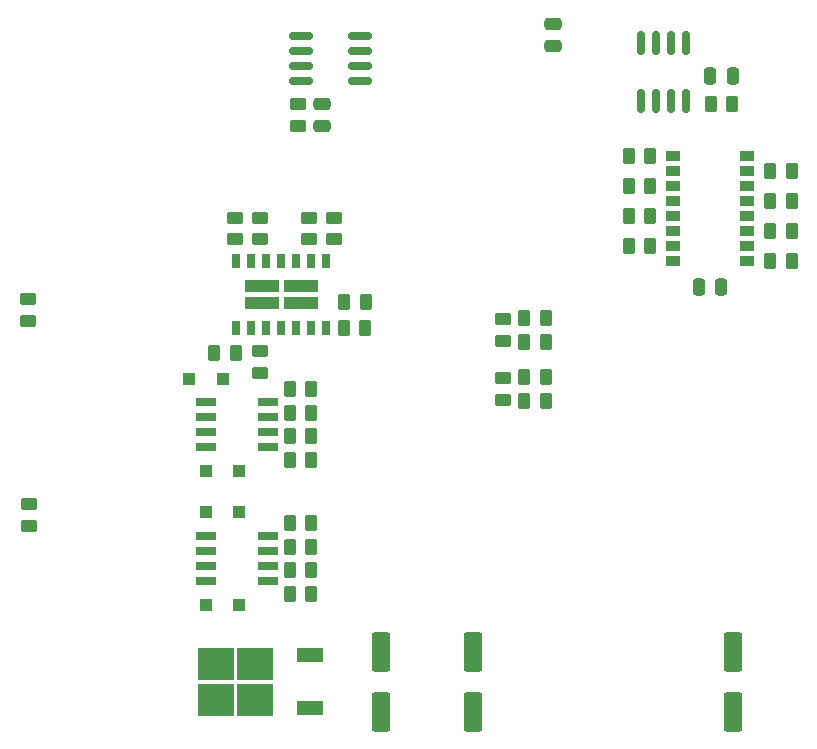
<source format=gbr>
%TF.GenerationSoftware,KiCad,Pcbnew,6.0.11+dfsg-1*%
%TF.CreationDate,2023-10-22T17:13:00+02:00*%
%TF.ProjectId,JoeMBMS_V3.0,4a6f654d-424d-4535-9f56-332e302e6b69,rev?*%
%TF.SameCoordinates,Original*%
%TF.FileFunction,Paste,Top*%
%TF.FilePolarity,Positive*%
%FSLAX46Y46*%
G04 Gerber Fmt 4.6, Leading zero omitted, Abs format (unit mm)*
G04 Created by KiCad (PCBNEW 6.0.11+dfsg-1) date 2023-10-22 17:13:00*
%MOMM*%
%LPD*%
G01*
G04 APERTURE LIST*
G04 Aperture macros list*
%AMRoundRect*
0 Rectangle with rounded corners*
0 $1 Rounding radius*
0 $2 $3 $4 $5 $6 $7 $8 $9 X,Y pos of 4 corners*
0 Add a 4 corners polygon primitive as box body*
4,1,4,$2,$3,$4,$5,$6,$7,$8,$9,$2,$3,0*
0 Add four circle primitives for the rounded corners*
1,1,$1+$1,$2,$3*
1,1,$1+$1,$4,$5*
1,1,$1+$1,$6,$7*
1,1,$1+$1,$8,$9*
0 Add four rect primitives between the rounded corners*
20,1,$1+$1,$2,$3,$4,$5,0*
20,1,$1+$1,$4,$5,$6,$7,0*
20,1,$1+$1,$6,$7,$8,$9,0*
20,1,$1+$1,$8,$9,$2,$3,0*%
G04 Aperture macros list end*
%ADD10RoundRect,0.250000X-0.550000X1.412500X-0.550000X-1.412500X0.550000X-1.412500X0.550000X1.412500X0*%
%ADD11RoundRect,0.249998X0.262502X0.450002X-0.262502X0.450002X-0.262502X-0.450002X0.262502X-0.450002X0*%
%ADD12R,1.193800X0.812800*%
%ADD13R,3.050000X2.750000*%
%ADD14R,2.200000X1.200000*%
%ADD15R,1.780000X0.720000*%
%ADD16RoundRect,0.249998X0.450002X-0.262502X0.450002X0.262502X-0.450002X0.262502X-0.450002X-0.262502X0*%
%ADD17RoundRect,0.250000X0.475000X-0.250000X0.475000X0.250000X-0.475000X0.250000X-0.475000X-0.250000X0*%
%ADD18RoundRect,0.250000X0.250000X0.475000X-0.250000X0.475000X-0.250000X-0.475000X0.250000X-0.475000X0*%
%ADD19RoundRect,0.249998X-0.450002X0.262502X-0.450002X-0.262502X0.450002X-0.262502X0.450002X0.262502X0*%
%ADD20RoundRect,0.249998X-0.262502X-0.450002X0.262502X-0.450002X0.262502X0.450002X-0.262502X0.450002X0*%
%ADD21R,0.650000X1.310000*%
%ADD22R,2.900000X1.025000*%
%ADD23RoundRect,0.250000X0.450000X-0.262500X0.450000X0.262500X-0.450000X0.262500X-0.450000X-0.262500X0*%
%ADD24RoundRect,0.150000X-0.150000X0.825000X-0.150000X-0.825000X0.150000X-0.825000X0.150000X0.825000X0*%
%ADD25R,1.100000X1.100000*%
%ADD26RoundRect,0.250000X0.262500X0.450000X-0.262500X0.450000X-0.262500X-0.450000X0.262500X-0.450000X0*%
%ADD27RoundRect,0.150000X0.825000X0.150000X-0.825000X0.150000X-0.825000X-0.150000X0.825000X-0.150000X0*%
%ADD28RoundRect,0.250000X-0.262500X-0.450000X0.262500X-0.450000X0.262500X0.450000X-0.262500X0.450000X0*%
G04 APERTURE END LIST*
D10*
%TO.C,C5*%
X132750000Y-107962500D03*
X132750000Y-113037500D03*
%TD*%
D11*
%TO.C,R6*%
X155496700Y-73611300D03*
X153671700Y-73611300D03*
%TD*%
%TO.C,R18*%
X146662500Y-86750000D03*
X144837500Y-86750000D03*
%TD*%
D12*
%TO.C,U4*%
X163734199Y-74881300D03*
X163734199Y-73611300D03*
X163734199Y-72341300D03*
X163734199Y-71071300D03*
X163734199Y-69801300D03*
X163734199Y-68531300D03*
X163734199Y-67261300D03*
X163734199Y-65991300D03*
X157434201Y-65991300D03*
X157434201Y-67261300D03*
X157434201Y-68531300D03*
X157434201Y-69801300D03*
X157434201Y-71071300D03*
X157434201Y-72341300D03*
X157434201Y-73611300D03*
X157434201Y-74881300D03*
%TD*%
D11*
%TO.C,R7*%
X155496700Y-71071300D03*
X153671700Y-71071300D03*
%TD*%
D13*
%TO.C,Q3*%
X122075000Y-112025000D03*
X118725000Y-108975000D03*
X118725000Y-112025000D03*
X122075000Y-108975000D03*
D14*
X126700000Y-112780000D03*
X126700000Y-108220000D03*
%TD*%
D11*
%TO.C,R9*%
X155496700Y-65991300D03*
X153671700Y-65991300D03*
%TD*%
%TO.C,R10*%
X126825000Y-103080000D03*
X125000000Y-103080000D03*
%TD*%
%TO.C,R3*%
X167496700Y-72341300D03*
X165671700Y-72341300D03*
%TD*%
D15*
%TO.C,Q2*%
X123110000Y-101985000D03*
X123110000Y-100715000D03*
X123110000Y-99445000D03*
X123110000Y-98175000D03*
X117890000Y-98175000D03*
X117890000Y-99445000D03*
X117890000Y-100715000D03*
X117890000Y-101985000D03*
%TD*%
D11*
%TO.C,R2*%
X167496700Y-74881300D03*
X165671700Y-74881300D03*
%TD*%
D16*
%TO.C,R24*%
X102800000Y-79962500D03*
X102800000Y-78137500D03*
%TD*%
D10*
%TO.C,C8*%
X140500000Y-107962500D03*
X140500000Y-113037500D03*
%TD*%
D17*
%TO.C,C2*%
X147250000Y-56700000D03*
X147250000Y-54800000D03*
%TD*%
D11*
%TO.C,R5*%
X167496700Y-67261300D03*
X165671700Y-67261300D03*
%TD*%
D18*
%TO.C,C3*%
X161534200Y-77086300D03*
X159634200Y-77086300D03*
%TD*%
D11*
%TO.C,R11*%
X126825000Y-101080000D03*
X125000000Y-101080000D03*
%TD*%
%TO.C,R13*%
X126825000Y-97080000D03*
X125000000Y-97080000D03*
%TD*%
%TO.C,R8*%
X155496700Y-68531300D03*
X153671700Y-68531300D03*
%TD*%
D16*
%TO.C,R20*%
X143000000Y-86662500D03*
X143000000Y-84837500D03*
%TD*%
D11*
%TO.C,R12*%
X126825000Y-99080000D03*
X125000000Y-99080000D03*
%TD*%
D19*
%TO.C,R23*%
X143000000Y-79837500D03*
X143000000Y-81662500D03*
%TD*%
D16*
%TO.C,R1*%
X125645000Y-63432500D03*
X125645000Y-61607500D03*
%TD*%
D10*
%TO.C,C7*%
X162500000Y-107962500D03*
X162500000Y-113037500D03*
%TD*%
D11*
%TO.C,R4*%
X167496700Y-69801300D03*
X165671700Y-69801300D03*
%TD*%
%TO.C,R21*%
X146662500Y-79750000D03*
X144837500Y-79750000D03*
%TD*%
D20*
%TO.C,R22*%
X144837500Y-81750000D03*
X146662500Y-81750000D03*
%TD*%
D11*
%TO.C,R15*%
X126825000Y-89750000D03*
X125000000Y-89750000D03*
%TD*%
D15*
%TO.C,Q1*%
X123110000Y-90655000D03*
X123110000Y-89385000D03*
X123110000Y-88115000D03*
X123110000Y-86845000D03*
X117890000Y-86845000D03*
X117890000Y-88115000D03*
X117890000Y-89385000D03*
X117890000Y-90655000D03*
%TD*%
D11*
%TO.C,R14*%
X126825000Y-91750000D03*
X125000000Y-91750000D03*
%TD*%
%TO.C,R17*%
X126825000Y-85750000D03*
X125000000Y-85750000D03*
%TD*%
%TO.C,R16*%
X126825000Y-87750000D03*
X125000000Y-87750000D03*
%TD*%
D21*
%TO.C,S1*%
X120440000Y-80595000D03*
X121710000Y-80595000D03*
X122980000Y-80595000D03*
X124250000Y-80595000D03*
X125520000Y-80595000D03*
X126790000Y-80595000D03*
X128060000Y-80595000D03*
X128060000Y-74905000D03*
X126790000Y-74905000D03*
X125520000Y-74905000D03*
X124250000Y-74905000D03*
X122980000Y-74905000D03*
X121710000Y-74905000D03*
X120440000Y-74905000D03*
D22*
X125900000Y-78462500D03*
X122600000Y-77037500D03*
X125900000Y-77037500D03*
X122600000Y-78462500D03*
%TD*%
D17*
%TO.C,C1*%
X127745000Y-63470000D03*
X127745000Y-61570000D03*
%TD*%
D20*
%TO.C,R19*%
X144837500Y-84750000D03*
X146662500Y-84750000D03*
%TD*%
D23*
%TO.C,R25*%
X102870000Y-97330900D03*
X102870000Y-95505900D03*
%TD*%
D24*
%TO.C,U5*%
X158521400Y-56402200D03*
X157251400Y-56402200D03*
X155981400Y-56402200D03*
X154711400Y-56402200D03*
X154711400Y-61352200D03*
X155981400Y-61352200D03*
X157251400Y-61352200D03*
X158521400Y-61352200D03*
%TD*%
D23*
%TO.C,R30*%
X128770000Y-73052500D03*
X128770000Y-71227500D03*
%TD*%
D25*
%TO.C,D1*%
X120687500Y-104020000D03*
X117887500Y-104020000D03*
%TD*%
D23*
%TO.C,R32*%
X122490000Y-84362500D03*
X122490000Y-82537500D03*
%TD*%
D25*
%TO.C,D3*%
X120687500Y-92650000D03*
X117887500Y-92650000D03*
%TD*%
D26*
%TO.C,R26*%
X162456500Y-61620400D03*
X160631500Y-61620400D03*
%TD*%
D18*
%TO.C,C4*%
X162494000Y-59232800D03*
X160594000Y-59232800D03*
%TD*%
D23*
%TO.C,R29*%
X126640000Y-73052500D03*
X126640000Y-71227500D03*
%TD*%
D27*
%TO.C,U2*%
X130895000Y-59675000D03*
X130895000Y-58405000D03*
X130895000Y-57135000D03*
X130895000Y-55865000D03*
X125945000Y-55865000D03*
X125945000Y-57135000D03*
X125945000Y-58405000D03*
X125945000Y-59675000D03*
%TD*%
D28*
%TO.C,R31*%
X118607500Y-82720000D03*
X120432500Y-82720000D03*
%TD*%
D23*
%TO.C,R33*%
X120340000Y-73052500D03*
X120340000Y-71227500D03*
%TD*%
D25*
%TO.C,D4*%
X119290000Y-84890000D03*
X116490000Y-84890000D03*
%TD*%
D23*
%TO.C,R34*%
X122490000Y-73052500D03*
X122490000Y-71227500D03*
%TD*%
D25*
%TO.C,D2*%
X120707500Y-96150000D03*
X117907500Y-96150000D03*
%TD*%
D26*
%TO.C,R28*%
X131392500Y-80540000D03*
X129567500Y-80540000D03*
%TD*%
%TO.C,R27*%
X131402500Y-78390000D03*
X129577500Y-78390000D03*
%TD*%
M02*

</source>
